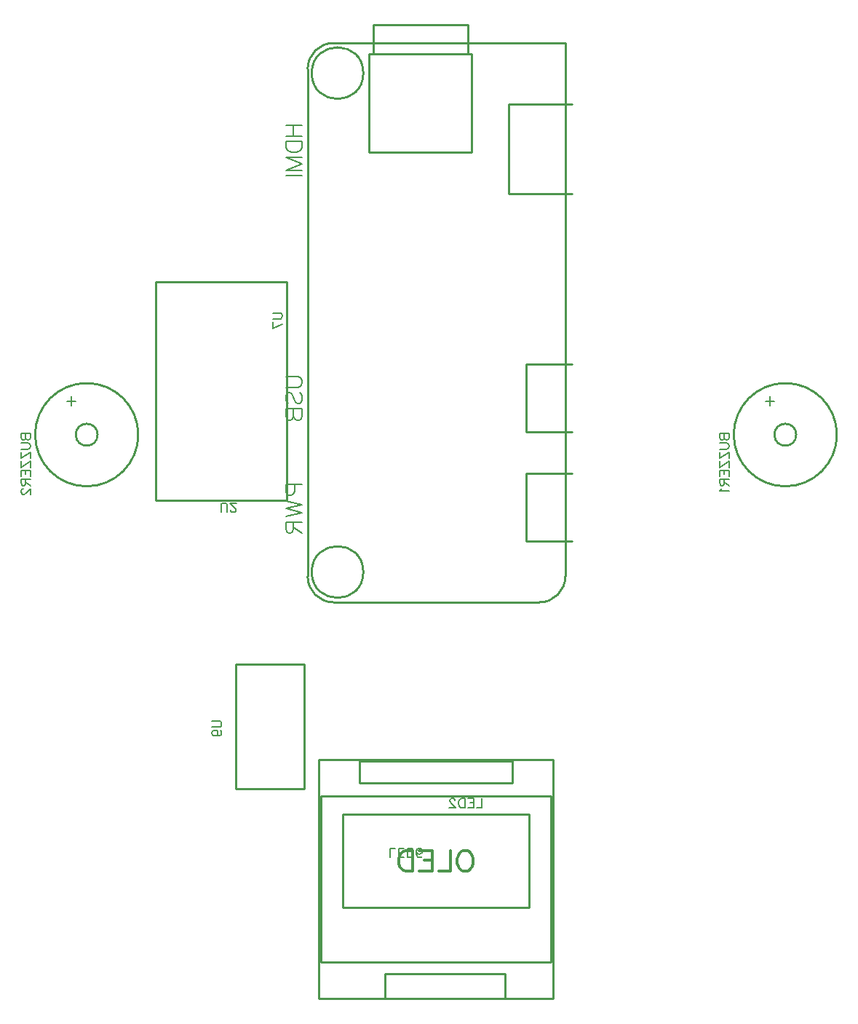
<source format=gbo>
G04 Layer: BottomSilkscreenLayer*
G04 EasyEDA v6.5.40, 2024-07-29 16:52:19*
G04 dde3050a7ee44abca438c5715634e7ed,10*
G04 Gerber Generator version 0.2*
G04 Scale: 100 percent, Rotated: No, Reflected: No *
G04 Dimensions in millimeters *
G04 leading zeros omitted , absolute positions ,4 integer and 5 decimal *
%FSLAX45Y45*%
%MOMM*%

%ADD10C,0.1524*%
%ADD11C,0.2030*%
%ADD12C,0.3048*%
%ADD13C,0.2500*%
%ADD14C,0.2540*%
%ADD15C,0.0141*%

%LPD*%
D10*
X3300984Y12687D02*
G01*
X3409950Y12687D01*
X3300984Y12687D02*
G01*
X3300984Y-34048D01*
X3306063Y-49542D01*
X3311397Y-54876D01*
X3321811Y-59956D01*
X3332225Y-59956D01*
X3342640Y-54876D01*
X3347720Y-49542D01*
X3352800Y-34048D01*
X3352800Y12687D02*
G01*
X3352800Y-34048D01*
X3358134Y-49542D01*
X3363213Y-54876D01*
X3373627Y-59956D01*
X3389375Y-59956D01*
X3399790Y-54876D01*
X3404870Y-49542D01*
X3409950Y-34048D01*
X3409950Y12687D01*
X3300984Y-94246D02*
G01*
X3378961Y-94246D01*
X3394456Y-99580D01*
X3404870Y-109994D01*
X3409950Y-125488D01*
X3409950Y-135902D01*
X3404870Y-151396D01*
X3394456Y-161810D01*
X3378961Y-167144D01*
X3300984Y-167144D01*
X3300984Y-274078D02*
G01*
X3409950Y-201434D01*
X3300984Y-201434D02*
G01*
X3300984Y-274078D01*
X3409950Y-201434D02*
G01*
X3409950Y-274078D01*
X3300984Y-381012D02*
G01*
X3409950Y-308368D01*
X3300984Y-308368D02*
G01*
X3300984Y-381012D01*
X3409950Y-308368D02*
G01*
X3409950Y-381012D01*
X3300984Y-415302D02*
G01*
X3409950Y-415302D01*
X3300984Y-415302D02*
G01*
X3300984Y-482866D01*
X3352800Y-415302D02*
G01*
X3352800Y-456958D01*
X3409950Y-415302D02*
G01*
X3409950Y-482866D01*
X3300984Y-517156D02*
G01*
X3409950Y-517156D01*
X3300984Y-517156D02*
G01*
X3300984Y-563892D01*
X3306063Y-579640D01*
X3311397Y-584720D01*
X3321811Y-590054D01*
X3332225Y-590054D01*
X3342640Y-584720D01*
X3347720Y-579640D01*
X3352800Y-563892D01*
X3352800Y-517156D01*
X3352800Y-553732D02*
G01*
X3409950Y-590054D01*
X3321811Y-624344D02*
G01*
X3316477Y-634758D01*
X3300984Y-650252D01*
X3409950Y-650252D01*
X3835400Y392432D02*
G01*
X3939540Y392432D01*
X3887470Y444502D02*
G01*
X3887470Y340616D01*
X-4827015Y12687D02*
G01*
X-4718050Y12687D01*
X-4827015Y12687D02*
G01*
X-4827015Y-34048D01*
X-4821936Y-49542D01*
X-4816602Y-54876D01*
X-4806187Y-59956D01*
X-4795773Y-59956D01*
X-4785360Y-54876D01*
X-4780279Y-49542D01*
X-4775200Y-34048D01*
X-4775200Y12687D02*
G01*
X-4775200Y-34048D01*
X-4769865Y-49542D01*
X-4764786Y-54876D01*
X-4754371Y-59956D01*
X-4738623Y-59956D01*
X-4728210Y-54876D01*
X-4723129Y-49542D01*
X-4718050Y-34048D01*
X-4718050Y12687D01*
X-4827015Y-94246D02*
G01*
X-4749037Y-94246D01*
X-4733544Y-99580D01*
X-4723129Y-109994D01*
X-4718050Y-125488D01*
X-4718050Y-135902D01*
X-4723129Y-151396D01*
X-4733544Y-161810D01*
X-4749037Y-167144D01*
X-4827015Y-167144D01*
X-4827015Y-274078D02*
G01*
X-4718050Y-201434D01*
X-4827015Y-201434D02*
G01*
X-4827015Y-274078D01*
X-4718050Y-201434D02*
G01*
X-4718050Y-274078D01*
X-4827015Y-381012D02*
G01*
X-4718050Y-308368D01*
X-4827015Y-308368D02*
G01*
X-4827015Y-381012D01*
X-4718050Y-308368D02*
G01*
X-4718050Y-381012D01*
X-4827015Y-415302D02*
G01*
X-4718050Y-415302D01*
X-4827015Y-415302D02*
G01*
X-4827015Y-482866D01*
X-4775200Y-415302D02*
G01*
X-4775200Y-456958D01*
X-4718050Y-415302D02*
G01*
X-4718050Y-482866D01*
X-4827015Y-517156D02*
G01*
X-4718050Y-517156D01*
X-4827015Y-517156D02*
G01*
X-4827015Y-563892D01*
X-4821936Y-579640D01*
X-4816602Y-584720D01*
X-4806187Y-590054D01*
X-4795773Y-590054D01*
X-4785360Y-584720D01*
X-4780279Y-579640D01*
X-4775200Y-563892D01*
X-4775200Y-517156D01*
X-4775200Y-553732D02*
G01*
X-4718050Y-590054D01*
X-4801107Y-629424D02*
G01*
X-4806187Y-629424D01*
X-4816602Y-634758D01*
X-4821936Y-639838D01*
X-4827015Y-650252D01*
X-4827015Y-671080D01*
X-4821936Y-681494D01*
X-4816602Y-686574D01*
X-4806187Y-691908D01*
X-4795773Y-691908D01*
X-4785360Y-686574D01*
X-4769865Y-676160D01*
X-4718050Y-624344D01*
X-4718050Y-696988D01*
X-4292600Y392432D02*
G01*
X-4188460Y392432D01*
X-4240529Y444502D02*
G01*
X-4240529Y340616D01*
X-1900577Y1416845D02*
G01*
X-1822599Y1416845D01*
X-1807105Y1411765D01*
X-1796691Y1401351D01*
X-1791611Y1385603D01*
X-1791611Y1375189D01*
X-1796691Y1359695D01*
X-1807105Y1349281D01*
X-1822599Y1344201D01*
X-1900577Y1344201D01*
X-1900577Y1237013D02*
G01*
X-1791611Y1289083D01*
X-1900577Y1309911D02*
G01*
X-1900577Y1237013D01*
D11*
X-1748739Y3601239D02*
G01*
X-1554683Y3601239D01*
X-1748739Y3471953D02*
G01*
X-1554683Y3471953D01*
X-1656283Y3601239D02*
G01*
X-1656283Y3471953D01*
X-1748739Y3410993D02*
G01*
X-1554683Y3410993D01*
X-1748739Y3410993D02*
G01*
X-1748739Y3346223D01*
X-1739341Y3318537D01*
X-1720799Y3300249D01*
X-1702511Y3290851D01*
X-1674825Y3281707D01*
X-1628597Y3281707D01*
X-1600911Y3290851D01*
X-1582369Y3300249D01*
X-1563827Y3318537D01*
X-1554683Y3346223D01*
X-1554683Y3410993D01*
X-1748739Y3220747D02*
G01*
X-1554683Y3220747D01*
X-1748739Y3220747D02*
G01*
X-1554683Y3146833D01*
X-1748739Y3072919D02*
G01*
X-1554683Y3146833D01*
X-1748739Y3072919D02*
G01*
X-1554683Y3072919D01*
X-1748739Y3011959D02*
G01*
X-1554683Y3011959D01*
X-1748739Y680239D02*
G01*
X-1610055Y680239D01*
X-1582369Y671095D01*
X-1563827Y652553D01*
X-1554683Y624867D01*
X-1554683Y606325D01*
X-1563827Y578639D01*
X-1582369Y560097D01*
X-1610055Y550953D01*
X-1748739Y550953D01*
X-1720799Y360707D02*
G01*
X-1739341Y379249D01*
X-1748739Y406935D01*
X-1748739Y443765D01*
X-1739341Y471451D01*
X-1720799Y489993D01*
X-1702511Y489993D01*
X-1683969Y480849D01*
X-1674825Y471451D01*
X-1665427Y452909D01*
X-1647139Y397537D01*
X-1637741Y379249D01*
X-1628597Y369851D01*
X-1610055Y360707D01*
X-1582369Y360707D01*
X-1563827Y379249D01*
X-1554683Y406935D01*
X-1554683Y443765D01*
X-1563827Y471451D01*
X-1582369Y489993D01*
X-1748739Y299747D02*
G01*
X-1554683Y299747D01*
X-1748739Y299747D02*
G01*
X-1748739Y216689D01*
X-1739341Y188749D01*
X-1730197Y179605D01*
X-1711655Y170461D01*
X-1693113Y170461D01*
X-1674825Y179605D01*
X-1665427Y188749D01*
X-1656283Y216689D01*
X-1656283Y299747D02*
G01*
X-1656283Y216689D01*
X-1647139Y188749D01*
X-1637741Y179605D01*
X-1619199Y170461D01*
X-1591513Y170461D01*
X-1573225Y179605D01*
X-1563827Y188749D01*
X-1554683Y216689D01*
X-1554683Y299747D01*
X-1748739Y-577060D02*
G01*
X-1554683Y-577060D01*
X-1748739Y-577060D02*
G01*
X-1748739Y-660118D01*
X-1739341Y-687804D01*
X-1730197Y-697202D01*
X-1711655Y-706346D01*
X-1683969Y-706346D01*
X-1665427Y-697202D01*
X-1656283Y-687804D01*
X-1647139Y-660118D01*
X-1647139Y-577060D01*
X-1748739Y-767306D02*
G01*
X-1554683Y-813534D01*
X-1748739Y-859762D02*
G01*
X-1554683Y-813534D01*
X-1748739Y-859762D02*
G01*
X-1554683Y-905990D01*
X-1748739Y-951964D02*
G01*
X-1554683Y-905990D01*
X-1748739Y-1012924D02*
G01*
X-1554683Y-1012924D01*
X-1748739Y-1012924D02*
G01*
X-1748739Y-1096236D01*
X-1739341Y-1123922D01*
X-1730197Y-1133066D01*
X-1711655Y-1142210D01*
X-1693113Y-1142210D01*
X-1674825Y-1133066D01*
X-1665427Y-1123922D01*
X-1656283Y-1096236D01*
X-1656283Y-1012924D01*
X-1656283Y-1077694D02*
G01*
X-1554683Y-1142210D01*
D12*
X362457Y-4833396D02*
G01*
X385571Y-4844826D01*
X408686Y-4867940D01*
X420370Y-4891054D01*
X431800Y-4925852D01*
X431800Y-4983510D01*
X420370Y-5018054D01*
X408686Y-5041168D01*
X385571Y-5064282D01*
X362457Y-5075712D01*
X316229Y-5075712D01*
X293370Y-5064282D01*
X270255Y-5041168D01*
X258571Y-5018054D01*
X247142Y-4983510D01*
X247142Y-4925852D01*
X258571Y-4891054D01*
X270255Y-4867940D01*
X293370Y-4844826D01*
X316229Y-4833396D01*
X362457Y-4833396D01*
X170942Y-4833396D02*
G01*
X170942Y-5075712D01*
X170942Y-5075712D02*
G01*
X32257Y-5075712D01*
X-43942Y-4833396D02*
G01*
X-43942Y-5075712D01*
X-43942Y-4833396D02*
G01*
X-194055Y-4833396D01*
X-43942Y-4948712D02*
G01*
X-136144Y-4948712D01*
X-43942Y-5075712D02*
G01*
X-194055Y-5075712D01*
X-270255Y-4833396D02*
G01*
X-270255Y-5075712D01*
X-270255Y-4833396D02*
G01*
X-351028Y-4833396D01*
X-385571Y-4844826D01*
X-408686Y-4867940D01*
X-420370Y-4891054D01*
X-431800Y-4925852D01*
X-431800Y-4983510D01*
X-420370Y-5018054D01*
X-408686Y-5041168D01*
X-385571Y-5064282D01*
X-351028Y-5075712D01*
X-270255Y-5075712D01*
D10*
X533400Y-4228084D02*
G01*
X533400Y-4337050D01*
X533400Y-4337050D02*
G01*
X471170Y-4337050D01*
X436879Y-4228084D02*
G01*
X436879Y-4337050D01*
X436879Y-4228084D02*
G01*
X369315Y-4228084D01*
X436879Y-4279900D02*
G01*
X395223Y-4279900D01*
X436879Y-4337050D02*
G01*
X369315Y-4337050D01*
X335026Y-4228084D02*
G01*
X335026Y-4337050D01*
X335026Y-4228084D02*
G01*
X298450Y-4228084D01*
X282955Y-4233163D01*
X272542Y-4243578D01*
X267462Y-4253992D01*
X262128Y-4269739D01*
X262128Y-4295647D01*
X267462Y-4311142D01*
X272542Y-4321555D01*
X282955Y-4331970D01*
X298450Y-4337050D01*
X335026Y-4337050D01*
X222757Y-4253992D02*
G01*
X222757Y-4248912D01*
X217423Y-4238497D01*
X212344Y-4233163D01*
X201929Y-4228084D01*
X181102Y-4228084D01*
X170687Y-4233163D01*
X165607Y-4238497D01*
X160273Y-4248912D01*
X160273Y-4259326D01*
X165607Y-4269739D01*
X176021Y-4285234D01*
X227837Y-4337050D01*
X155194Y-4337050D01*
X-533400Y-4915915D02*
G01*
X-533400Y-4806950D01*
X-533400Y-4806950D02*
G01*
X-471170Y-4806950D01*
X-436879Y-4915915D02*
G01*
X-436879Y-4806950D01*
X-436879Y-4915915D02*
G01*
X-369315Y-4915915D01*
X-436879Y-4864100D02*
G01*
X-395223Y-4864100D01*
X-436879Y-4806950D02*
G01*
X-369315Y-4806950D01*
X-335026Y-4915915D02*
G01*
X-335026Y-4806950D01*
X-335026Y-4915915D02*
G01*
X-298450Y-4915915D01*
X-282955Y-4910836D01*
X-272542Y-4900421D01*
X-267462Y-4890007D01*
X-262128Y-4874260D01*
X-262128Y-4848352D01*
X-267462Y-4832857D01*
X-272542Y-4822444D01*
X-282955Y-4812029D01*
X-298450Y-4806950D01*
X-335026Y-4806950D01*
X-165607Y-4900421D02*
G01*
X-170687Y-4910836D01*
X-186436Y-4915915D01*
X-196850Y-4915915D01*
X-212344Y-4910836D01*
X-222757Y-4895087D01*
X-227837Y-4869179D01*
X-227837Y-4843271D01*
X-222757Y-4822444D01*
X-212344Y-4812029D01*
X-196850Y-4806950D01*
X-191515Y-4806950D01*
X-176021Y-4812029D01*
X-165607Y-4822444D01*
X-160273Y-4837937D01*
X-160273Y-4843271D01*
X-165607Y-4858765D01*
X-176021Y-4869179D01*
X-191515Y-4874260D01*
X-196850Y-4874260D01*
X-212344Y-4869179D01*
X-222757Y-4858765D01*
X-227837Y-4843271D01*
X-2604515Y-3327400D02*
G01*
X-2526537Y-3327400D01*
X-2511044Y-3332479D01*
X-2500629Y-3342894D01*
X-2495550Y-3358642D01*
X-2495550Y-3369055D01*
X-2500629Y-3384550D01*
X-2511044Y-3394963D01*
X-2526537Y-3400044D01*
X-2604515Y-3400044D01*
X-2568194Y-3501897D02*
G01*
X-2552700Y-3496818D01*
X-2542286Y-3486404D01*
X-2536952Y-3470910D01*
X-2536952Y-3465576D01*
X-2542286Y-3450081D01*
X-2552700Y-3439668D01*
X-2568194Y-3434334D01*
X-2573273Y-3434334D01*
X-2589021Y-3439668D01*
X-2599436Y-3450081D01*
X-2604515Y-3465576D01*
X-2604515Y-3470910D01*
X-2599436Y-3486404D01*
X-2589021Y-3496818D01*
X-2568194Y-3501897D01*
X-2542286Y-3501897D01*
X-2516123Y-3496818D01*
X-2500629Y-3486404D01*
X-2495550Y-3470910D01*
X-2495550Y-3460495D01*
X-2500629Y-3444747D01*
X-2511044Y-3439668D01*
X-2501900Y-902715D02*
G01*
X-2501900Y-824737D01*
X-2496820Y-809244D01*
X-2486405Y-798829D01*
X-2470657Y-793750D01*
X-2460244Y-793750D01*
X-2444750Y-798829D01*
X-2434336Y-809244D01*
X-2429255Y-824737D01*
X-2429255Y-902715D01*
X-2389631Y-876807D02*
G01*
X-2389631Y-881887D01*
X-2384552Y-892302D01*
X-2379218Y-897636D01*
X-2368804Y-902715D01*
X-2348229Y-902715D01*
X-2337815Y-897636D01*
X-2332481Y-892302D01*
X-2327402Y-881887D01*
X-2327402Y-871473D01*
X-2332481Y-861060D01*
X-2342895Y-845565D01*
X-2394965Y-793750D01*
X-2322068Y-793750D01*
D13*
X1504241Y4553676D02*
G01*
X1504241Y-1643860D01*
D14*
X1504408Y4553745D02*
G01*
X-1188158Y4553745D01*
X369036Y4431774D02*
G01*
X369036Y4754359D01*
D13*
X1174041Y-1948660D02*
G01*
X1199441Y-1948660D01*
X-1492958Y4248945D02*
G01*
X-1492958Y-1643860D01*
X-1188158Y-1948660D02*
G01*
X1174041Y-1948660D01*
D14*
X-731039Y4426689D02*
G01*
X-731039Y4761974D01*
X-676686Y4761974D01*
X369036Y4761974D01*
X369036Y4749274D01*
X1047041Y-1237460D02*
G01*
X1580441Y-1237460D01*
X1047041Y-450060D02*
G01*
X1047041Y-1237460D01*
X1580441Y-450060D02*
G01*
X1047041Y-450060D01*
X1047041Y32539D02*
G01*
X1580441Y32539D01*
X1047041Y819939D02*
G01*
X1047041Y32539D01*
X1580441Y819939D02*
G01*
X1047041Y819939D01*
X843841Y3842545D02*
G01*
X843841Y2801139D01*
X1580441Y2801139D01*
X-781758Y4426745D02*
G01*
X-781758Y4417336D01*
X-781758Y3283739D01*
X412041Y3283739D01*
X412041Y4426745D01*
X-781758Y4426745D02*
G01*
X412041Y4426745D01*
X1580441Y3842545D02*
G01*
X843841Y3842545D01*
X888997Y-3797300D02*
G01*
X888997Y-4051300D01*
X-888997Y-4051300D01*
X-888997Y-3797300D01*
X888997Y-3797300D01*
X804999Y-6554294D02*
G01*
X-595002Y-6554294D01*
X-595002Y-6554297D01*
X821959Y-6554294D02*
G01*
X804999Y-6554294D01*
X-595002Y-6554297D02*
G01*
X-1364998Y-6554297D01*
X-1364998Y-3774300D01*
X1364995Y-3774300D01*
X1364995Y-6554294D01*
X804999Y-6554294D01*
X804999Y-6554297D01*
X804999Y-6554297D02*
G01*
X804997Y-6265298D01*
X-595002Y-6265298D01*
X-595002Y-6554297D01*
X1334998Y-4201312D02*
G01*
X-1334998Y-4201312D01*
X-1334998Y-6127318D01*
X1334998Y-6127318D01*
X1334998Y-4201312D01*
X1086993Y-4411294D02*
G01*
X-1086993Y-4411294D01*
X-1086993Y-5497804D01*
X1086993Y-5497804D01*
X1086993Y-4411294D01*
X-2330399Y-2667000D02*
G01*
X-2330399Y-4117009D01*
X-1530400Y-4117009D01*
X-1530400Y-2667000D01*
X-2330399Y-2667000D01*
X-3263900Y-762000D02*
G01*
X-3263900Y1778000D01*
X-1739900Y1778000D01*
X-1739900Y-762000D01*
X-3263900Y-762000D01*
D13*
G75*
G01*
X1504241Y-1643860D02*
G02*
X1199441Y-1948660I-299960J-4840D01*
G75*
G01*
X-1492959Y4248940D02*
G02*
X-1188159Y4553740I299961J4840D01*
G75*
G01*
X-1188159Y-1948660D02*
G02*
X-1492959Y-1643860I-4839J299960D01*
D14*
G75*
G01
X4191000Y25D02*
G03X4191000Y25I-127000J0D01*
G75*
G01
X4663999Y25D02*
G03X4663999Y25I-599999J0D01*
G75*
G01
X-3937000Y25D02*
G03X-3937000Y25I-127000J0D01*
G75*
G01
X-3464001Y25D02*
G03X-3464001Y25I-599999J0D01*
G75*
G01
X-845744Y-1596390D02*
G03X-845744Y-1596390I-299974J0D01*
G75*
G01
X-845744Y4203700D02*
G03X-845744Y4203700I-299974J0D01*
M02*

</source>
